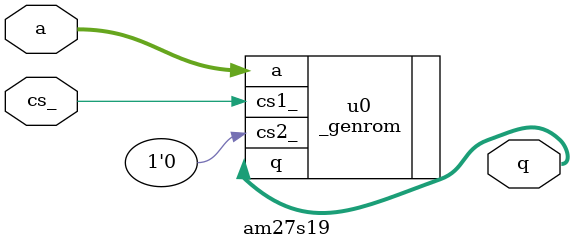
<source format=v>

`include "_genrom.v"

module am27s19(a, q, cs_);
parameter WIDTH=8;
parameter HEIGHT=5;
parameter INITH="";
parameter INITB="";

input [HEIGHT-1:0] a;
output [WIDTH-1:0] q;
input cs_;

_genrom #(.WIDTH(WIDTH),.HEIGHT(HEIGHT), .INITH(INITH), .INITB(INITB))
u0(
	.a(a), .q(q), .cs1_(cs_), .cs2_(1'b0)
);

endmodule

</source>
